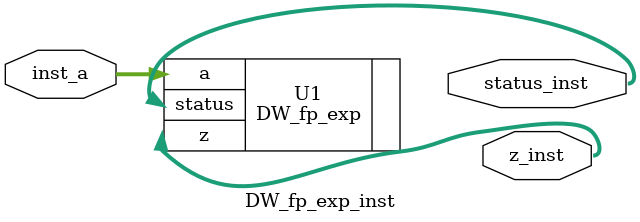
<source format=v>

module CNN(
    //Input Port
    clk,
    rst_n,
    in_valid,
    Img,
    Kernel_ch1,
    Kernel_ch2,
	Weight,
    Opt,

    //Output Port
    out_valid,
    out
    );


//---------------------------------------------------------------------
//   PARAMETER
//---------------------------------------------------------------------

// IEEE floating point parameter
parameter inst_sig_width = 23;
parameter inst_exp_width = 8;
parameter inst_ieee_compliance = 0;
parameter inst_arch_type = 0;
parameter inst_arch = 0;
parameter inst_faithful_round = 0;

parameter IDLE = 3'd0;
parameter IN = 3'd1;
parameter CAL = 3'd2;
parameter OUT = 3'd3;

input rst_n, clk, in_valid;
input [inst_sig_width+inst_exp_width:0] Img, Kernel_ch1, Kernel_ch2, Weight;
input Opt;

output reg	out_valid;
output reg [inst_sig_width+inst_exp_width:0] out;


//---------------------------------------------------------------------
//   Reg & Wires
//---------------------------------------------------------------------
reg [6:0] c_count, n_count;
reg [7:0] count;
reg [2:0] cs, ns;
reg next_opt_reg, current_opt_reg;

reg [31:0] img_reg_1 [0:4][0:4];
reg [31:0] img_reg_2 [0:4][0:4];

reg[31:0] sa_img [0:3];

reg[31:0] pe_reg [0:3];
reg[31:0] pe_reg_ch2 [0:3];

reg[31:0] pe_out [0:3];
reg[31:0] pe_out_ch2 [0:3];

reg[31:0] pe_out_seq [0:3];
reg[31:0] pe_out_seq_ch2 [0:3];


reg [31:0] conv_map1[0:5][0:5];
reg [31:0] conv_map2[0:5][0:5];

reg [31:0] pe1_par_in;
reg [31:0] pe1_par_in_ch2;

reg [31:0] img_seq;


reg [31:0] k1_1[0:1][0:1];
reg [31:0] k1_2[0:1][0:1];
reg [31:0] k1_3[0:1][0:1];
reg [31:0] k2_1[0:1][0:1];
reg [31:0] k2_2[0:1][0:1];
reg [31:0] k2_3[0:1][0:1];

reg [31:0] weight_reg[0:2][0:7];



reg[31:0] act_f;
reg[31:0] e_pos, e_neg;
reg [31:0] sigmoid_d, sigmoid;
reg [31:0] tanh_u, tanh_d, tanh;

reg [31:0] act_finish_reg;

localparam Padding_0 = 32'd0;


//---------------------------------------------------------------------
// IPs
//---------------------------------------------------------------------


//---------------------------------------------------------------------
// Design
//---------------------------------------------------------------------
always @(posedge clk or negedge rst_n) begin
    if (!rst_n) begin
        c_count <= 7'd75;
    end else begin
        c_count <= n_count;
    end
end

always @(*) begin
    if(c_count == 75 && (!in_valid)) begin
        n_count = 7'd75;
    end
    else if (c_count == 75 && (in_valid)) begin
        n_count = 7'd0;
    end
    else begin
        n_count = c_count + 1;
    end
end



reg start_count;

always @(posedge clk or negedge rst_n) begin
    if (!rst_n) begin
        count <= 0;
    end
    else if (in_valid == 1) begin
        count <= count + 1;
    end
    else if (start_count == 1) begin
        count <= count + 1; //
    end
    else if (start_count == 0 && in_valid == 0) begin
        count <=0;
    end
end



always @(posedge clk or negedge rst_n) begin
    if (!rst_n) begin
        start_count <= 0;
    end
    else if (in_valid == 1) begin
        start_count <= 1;  // 
    end
    else if (count == 127)  begin
        start_count <= 0;
    end

    /*
    else if (count == 121) begin
        start_count <=0;
    end
    */
end

always @(posedge clk or negedge rst_n) begin
    if (!rst_n) begin
        cs <= IDLE;
    end else begin
        cs <= ns;
    end
end

always @(*) begin
    case (cs)
        IDLE: begin
            if (in_valid == 1'd1) begin
                ns = IN;
            end
            else begin
                ns = cs;
            end
        end

        IN: begin
            if (c_count == 7'd75) begin
                ns = CAL;
            end
             else begin
                ns = cs;
            end
        end

        CAL: begin         
            if (c_count == 6'd3) begin
                ns =IDLE;
            end
             else begin
                ns = cs;
            end
        end

        OUT: begin
            if (c_count == 6'd3) begin
                ns = IDLE;
            end
             else begin
                ns = cs;
            end
        end
        default:ns = IDLE;
    endcase
end

always @(posedge clk or negedge rst_n) begin
    if (!rst_n) begin
        img_seq <= 0;
    end
    else if (count == 8'd74) begin
        img_seq <= Img;
    end
    else if (count == 8'd75) begin
        img_seq <= img_seq;
    end
    else img_seq <= 0;
end

always @(posedge clk or negedge rst_n) begin
    if (!rst_n) begin
        k1_1[0][0] <= 0;
        k1_1[0][1] <= 0;
        k1_1[1][0] <= 0;
        k1_1[1][1] <= 0;
    end
    else begin
        case (count)
            8'd0: k1_1[0][0] <= Kernel_ch1;
            8'd1: k1_1[0][1] <= Kernel_ch1;
            8'd2: k1_1[1][0] <= Kernel_ch1;
            8'd3: k1_1[1][1] <= Kernel_ch1;

            8'd36: k1_1[0][0] <= k1_2[0][0];
            8'd37: k1_1[0][1] <= k1_2[0][1];
            8'd38: k1_1[1][0] <= k1_2[1][0];
            8'd39: k1_1[1][1] <= k1_2[1][1];

            8'd72: k1_1[0][0] <= k1_3[0][0];
            8'd73: k1_1[0][1] <= k1_3[0][1];
            8'd74: k1_1[1][0] <= k1_3[1][0];
            8'd75: k1_1[1][1] <= k1_3[1][1];
            default: begin
                k1_1[0][0] <= k1_1[0][0];
                k1_1[0][1] <= k1_1[0][1];
                k1_1[1][0] <= k1_1[1][0];
                k1_1[1][1] <= k1_1[1][1];
            end
        endcase
    end
end

always @(posedge clk or negedge rst_n) begin
    if (!rst_n) begin
        k1_2[0][0] <= 0;
        k1_2[0][1] <= 0;
        k1_2[1][0] <= 0;
        k1_2[1][1] <= 0;
    end
    else begin
        case (count)
            8'd4: k1_2[0][0] <= Kernel_ch1;
            8'd5: k1_2[0][1] <= Kernel_ch1;
            8'd6: k1_2[1][0] <= Kernel_ch1;
            8'd7: k1_2[1][1] <= Kernel_ch1;
            default: begin
                k1_2[0][0] <= k1_2[0][0];
                k1_2[0][1] <= k1_2[0][1];
                k1_2[1][0] <= k1_2[1][0];
                k1_2[1][1] <= k1_2[1][1];
            end
        endcase
    end
end

always @(posedge clk or negedge rst_n) begin
    if (!rst_n) begin
        k1_3[0][0] <= 0;
        k1_3[0][1] <= 0;
        k1_3[1][0] <= 0;
        k1_3[1][1] <= 0;
    end
    else begin
        case (count)
            8'd8: k1_3[0][0] <= Kernel_ch1;
            8'd9: k1_3[0][1] <= Kernel_ch1;
            8'd10: k1_3[1][0] <= Kernel_ch1;
            8'd11: k1_3[1][1] <= Kernel_ch1;
            default: begin
                k1_3[0][0] <= k1_3[0][0];
                k1_3[0][1] <= k1_3[0][1];
                k1_3[1][0] <= k1_3[1][0];
                k1_3[1][1] <= k1_3[1][1];
            end
        endcase
    end
end




always @(posedge clk or negedge rst_n) begin
    if (!rst_n) begin
        k2_1[0][0] <= 0;
        k2_1[0][1] <= 0;
        k2_1[1][0] <= 0;
        k2_1[1][1] <= 0;
    end
    else begin
        case (count)
            8'd0: k2_1[0][0] <= Kernel_ch2;
            8'd1: k2_1[0][1] <= Kernel_ch2;
            8'd2: k2_1[1][0] <= Kernel_ch2;
            8'd3: k2_1[1][1] <= Kernel_ch2;

            8'd36: k2_1[0][0] <= k2_2[0][0];
            8'd37: k2_1[0][1] <= k2_2[0][1];
            8'd38: k2_1[1][0] <= k2_2[1][0];
            8'd39: k2_1[1][1] <= k2_2[1][1];

            8'd72: k2_1[0][0] <= k2_3[0][0];
            8'd73: k2_1[0][1] <= k2_3[0][1];
            8'd74: k2_1[1][0] <= k2_3[1][0];
            8'd75: k2_1[1][1] <= k2_3[1][1];
            default: begin
                k2_1[0][0] <= k2_1[0][0];
                k2_1[0][1] <= k2_1[0][1];
                k2_1[1][0] <= k2_1[1][0];
                k2_1[1][1] <= k2_1[1][1];
            end
        endcase
    end
end

always @(posedge clk or negedge rst_n) begin
    if (!rst_n) begin
        k2_2[0][0] <= 0;
        k2_2[0][1] <= 0;
        k2_2[1][0] <= 0;
        k2_2[1][1] <= 0;
    end
    else begin
        case (count)
            8'd4: k2_2[0][0] <= Kernel_ch2;
            8'd5: k2_2[0][1] <= Kernel_ch2;
            8'd6: k2_2[1][0] <= Kernel_ch2;
            8'd7: k2_2[1][1] <= Kernel_ch2;
            default: begin
                k2_2[0][0] <= k2_2[0][0];
                k2_2[0][1] <= k2_2[0][1];
                k2_2[1][0] <= k2_2[1][0];
                k2_2[1][1] <= k2_2[1][1];
            end
        endcase
    end
end

always @(posedge clk or negedge rst_n) begin
    if (!rst_n) begin
        k2_3[0][0] <= 0;
        k2_3[0][1] <= 0;
        k2_3[1][0] <= 0;
        k2_3[1][1] <= 0;
    end
    else begin
        case (count)
            8'd8: k2_3[0][0] <= Kernel_ch2;
            8'd9: k2_3[0][1] <= Kernel_ch2;
            8'd10: k2_3[1][0] <= Kernel_ch2;
            8'd11: k2_3[1][1] <= Kernel_ch2;
            default: begin
                k2_3[0][0] <= k2_3[0][0];
                k2_3[0][1] <= k2_3[0][1];
                k2_3[1][0] <= k2_3[1][0];
                k2_3[1][1] <= k2_3[1][1];
            end
        endcase
    end
end

always @(posedge clk or negedge rst_n) begin
    if (!rst_n) begin
        weight_reg[0][0] <= 0;
        weight_reg[0][1] <= 0;
        weight_reg[0][2] <= 0;
        weight_reg[0][3] <= 0;
        weight_reg[0][4] <= 0;
        weight_reg[0][5] <= 0;
        weight_reg[0][6] <= 0;
        weight_reg[0][7] <= 0;
        weight_reg[1][0] <= 0;
        weight_reg[1][1] <= 0;
        weight_reg[1][2] <= 0;
        weight_reg[1][3] <= 0;
        weight_reg[1][4] <= 0;
        weight_reg[1][5] <= 0;
        weight_reg[1][6] <= 0;
        weight_reg[1][7] <= 0;
        weight_reg[2][0] <= 0;
        weight_reg[2][1] <= 0;
        weight_reg[2][2] <= 0;
        weight_reg[2][3] <= 0;
        weight_reg[2][4] <= 0;
        weight_reg[2][5] <= 0;
        weight_reg[2][6] <= 0;
        weight_reg[2][7] <= 0;
    end
    else begin
        case (count)
            8'd0: weight_reg[0][0] <= Weight;
            8'd1: weight_reg[0][1] <= Weight;
            8'd2: weight_reg[0][2] <= Weight;
            8'd3: weight_reg[0][3] <= Weight;
            8'd4: weight_reg[0][4] <= Weight;
            8'd5: weight_reg[0][5] <= Weight;
            8'd6: weight_reg[0][6] <= Weight;
            8'd7: weight_reg[0][7] <= Weight;

            8'd8: weight_reg[1][0] <= Weight;
            8'd9: weight_reg[1][1] <= Weight;
            8'd10: weight_reg[1][2] <= Weight;
            8'd11: weight_reg[1][3] <= Weight;            
            8'd12: weight_reg[1][4] <= Weight;
            8'd13: weight_reg[1][5] <= Weight;
            8'd14: weight_reg[1][6] <= Weight;
            8'd15: weight_reg[1][7] <= Weight;

            8'd16: weight_reg[2][0] <= Weight;
            8'd17: weight_reg[2][1] <= Weight;
            8'd18: weight_reg[2][2] <= Weight;
            8'd19: weight_reg[2][3] <= Weight;            
            8'd20: weight_reg[2][4] <= Weight;
            8'd21: weight_reg[2][5] <= Weight;
            8'd22: weight_reg[2][6] <= Weight;
            8'd23: weight_reg[2][7] <= Weight;


            default: begin
                weight_reg[0][0] <= weight_reg[0][0];
                weight_reg[0][1] <= weight_reg[0][1];
                weight_reg[0][2] <= weight_reg[0][2];
                weight_reg[0][3] <= weight_reg[0][3];
                weight_reg[0][4] <= weight_reg[0][4];
                weight_reg[0][5] <= weight_reg[0][5];
                weight_reg[0][6] <= weight_reg[0][6];
                weight_reg[0][7] <= weight_reg[0][7];
                weight_reg[1][0] <= weight_reg[1][0];
                weight_reg[1][1] <= weight_reg[1][1];
                weight_reg[1][2] <= weight_reg[1][2];
                weight_reg[1][3] <= weight_reg[1][3];
                weight_reg[1][4] <= weight_reg[1][4];
                weight_reg[1][5] <= weight_reg[1][5];
                weight_reg[1][6] <= weight_reg[1][6];
                weight_reg[1][7] <= weight_reg[1][7];
                weight_reg[2][0] <= weight_reg[2][0];
                weight_reg[2][1] <= weight_reg[2][1];
                weight_reg[2][2] <= weight_reg[2][2];
                weight_reg[2][3] <= weight_reg[2][3];
                weight_reg[2][4] <= weight_reg[2][4];
                weight_reg[2][5] <= weight_reg[2][5];
                weight_reg[2][6] <= weight_reg[2][6];
                weight_reg[2][7] <= weight_reg[2][7];
            end
        endcase
    end
end


always @(posedge clk or negedge rst_n) begin
    if (!rst_n) begin
        img_reg_1[0][0] <= 0;
        img_reg_1[0][1] <= 0;
        img_reg_1[0][2] <= 0;
        img_reg_1[0][3] <= 0;
        img_reg_1[0][4] <= 0;
        img_reg_1[1][0] <= 0;
        img_reg_1[1][1] <= 0;
        img_reg_1[1][2] <= 0;
        img_reg_1[1][3] <= 0;
        img_reg_1[1][4] <= 0;
        img_reg_1[2][0] <= 0;
        img_reg_1[2][1] <= 0;
        img_reg_1[2][2] <= 0;
        img_reg_1[2][3] <= 0;
        img_reg_1[2][4] <= 0;
        img_reg_1[3][0] <= 0;
        img_reg_1[3][1] <= 0;
        img_reg_1[3][2] <= 0;
        img_reg_1[3][3] <= 0;
        img_reg_1[3][4] <= 0;
        img_reg_1[4][0] <= 0;
        img_reg_1[4][1] <= 0;
        img_reg_1[4][2] <= 0;
        img_reg_1[4][3] <= 0;
        img_reg_1[4][4] <= 0;

    end
    else if (in_valid == 1) begin
    case (count)
        8'd0, 8'd25, 8'd50: img_reg_1[0][0] <= Img;
        8'd1, 8'd26, 8'd51: img_reg_1[0][1] <= Img;
        8'd2, 8'd27, 8'd52: img_reg_1[0][2] <= Img;
        8'd3, 8'd28, 8'd53: img_reg_1[0][3] <= Img;
        8'd4, 8'd29, 8'd54: img_reg_1[0][4] <= Img;
        8'd5, 8'd30, 8'd55: img_reg_1[1][0] <= Img;
        8'd6, 8'd31, 8'd56: img_reg_1[1][1] <= Img;
        8'd7, 8'd32, 8'd57: img_reg_1[1][2] <= Img;
        8'd8, 8'd33, 8'd58: img_reg_1[1][3] <= Img;
        8'd9, 8'd34, 8'd59: img_reg_1[1][4] <= Img;
        8'd10, 8'd35, 8'd60: img_reg_1[2][0] <= Img;
        8'd11, 8'd36, 8'd61: img_reg_1[2][1] <= Img;
        8'd12, 8'd37, 8'd62: img_reg_1[2][2] <= Img;
        8'd13, 8'd38, 8'd63: img_reg_1[2][3] <= Img;
        8'd14, 8'd39, 8'd64: img_reg_1[2][4] <= Img;
        8'd15, 8'd40, 8'd65: img_reg_1[3][0] <= Img;
        8'd16, 8'd41, 8'd66: img_reg_1[3][1] <= Img;
        8'd17, 8'd42, 8'd67: img_reg_1[3][2] <= Img;
        8'd18, 8'd43, 8'd68: img_reg_1[3][3] <= Img;
        8'd19, 8'd44, 8'd69: img_reg_1[3][4] <= Img;
        8'd20, 8'd45, 8'd70: img_reg_1[4][0] <= Img;
        8'd21, 8'd46, 8'd71: img_reg_1[4][1] <= Img;
        8'd22, 8'd47, 8'd72: img_reg_1[4][2] <= Img;
        8'd23, 8'd48, 8'd73: img_reg_1[4][3] <= Img;
        8'd24, 8'd49:        img_reg_1[4][4] <= Img;

    endcase
    end
    else if  ( count == 8'd75 )   img_reg_1[4][4] <= img_seq;
end
////////////////////////////
//           pe_img         //
//////////////////////////////

always @(*) begin
    case(count)
        8'd1, 8'd37, 8'd73    : sa_img[0] = current_opt_reg ? img_reg_1[0][0] : Padding_0; //1
        8'd2, 8'd38, 8'd74    : sa_img[0] = current_opt_reg ? img_reg_1[0][0] : Padding_0; //2
        8'd3, 8'd39, 8'd75    : sa_img[0] = current_opt_reg ? img_reg_1[0][1] : Padding_0; //3
        8'd4, 8'd40, 8'd76    : sa_img[0] = current_opt_reg ? img_reg_1[0][2] : Padding_0;
        8'd5, 8'd41, 8'd77    : sa_img[0] = current_opt_reg ? img_reg_1[0][3] : Padding_0;
        8'd6, 8'd42, 8'd78    : sa_img[0] = current_opt_reg ? img_reg_1[0][4] : Padding_0;

        8'd7, 8'd43, 8'd79    : sa_img[0] = current_opt_reg ? img_reg_1[0][0] : Padding_0;
        8'd8, 8'd44, 8'd80    : sa_img[0] =                   img_reg_1[0][0] ;
        8'd9, 8'd45, 8'd81    : sa_img[0] =                   img_reg_1[0][1] ;
        8'd10, 8'd46, 8'd82   : sa_img[0] =                   img_reg_1[0][2] ;
        8'd11, 8'd47, 8'd83   : sa_img[0] =                   img_reg_1[0][3] ;
        8'd12, 8'd48, 8'd84   : sa_img[0] =                   img_reg_1[0][4] ;

        8'd13, 8'd49, 8'd85   : sa_img[0] = current_opt_reg ? img_reg_1[1][0] : Padding_0;
        8'd14, 8'd50, 8'd86   : sa_img[0] =                   img_reg_1[1][0] ;
        8'd15, 8'd51, 8'd87   : sa_img[0] =                   img_reg_1[1][1] ;
        8'd16, 8'd52, 8'd88   : sa_img[0] =                   img_reg_1[1][2] ;
        8'd17, 8'd53, 8'd89   : sa_img[0] =                   img_reg_1[1][3] ;
        8'd18, 8'd54, 8'd90   : sa_img[0] =                   img_reg_1[1][4] ;

        8'd19, 8'd55, 8'd91   : sa_img[0] = current_opt_reg ? img_reg_1[2][0] : Padding_0;
        8'd20, 8'd56, 8'd92   : sa_img[0] =                   img_reg_1[2][0] ;
        8'd21, 8'd57, 8'd93   : sa_img[0] =                   img_reg_1[2][1] ;
        8'd22, 8'd58, 8'd94   : sa_img[0] =                   img_reg_1[2][2] ;
        8'd23, 8'd59, 8'd95   : sa_img[0] =                   img_reg_1[2][3] ;
        8'd24, 8'd60, 8'd96   : sa_img[0] =                   img_reg_1[2][4] ;

        8'd25, 8'd61, 8'd97   : sa_img[0] = current_opt_reg ? img_reg_1[3][0] : Padding_0;
        8'd26, 8'd62, 8'd98   : sa_img[0] =                   img_reg_1[3][0] ;
        8'd27, 8'd63, 8'd99   : sa_img[0] =                   img_reg_1[3][1] ;
        8'd28, 8'd64, 8'd100  : sa_img[0] =                   img_reg_1[3][2] ;
        8'd29, 8'd65, 8'd101  : sa_img[0] =                   img_reg_1[3][3] ;
        8'd30, 8'd66, 8'd102  : sa_img[0] =                   img_reg_1[3][4] ;

        8'd31, 8'd67, 8'd103  : sa_img[0] = current_opt_reg ? img_reg_1[4][0] : Padding_0;
        8'd32, 8'd68, 8'd104  : sa_img[0] =                   img_reg_1[4][0] ;
        8'd33, 8'd69, 8'd105  : sa_img[0] =                   img_reg_1[4][1] ;
        8'd34, 8'd70, 8'd106  : sa_img[0] =                   img_reg_1[4][2] ;
        8'd35, 8'd71, 8'd107  : sa_img[0] =                   img_reg_1[4][3] ;
        8'd36, 8'd72, 8'd108  : sa_img[0] =                   img_reg_1[4][4] ;

        default : sa_img[0] = 0 ;
    endcase
end

always @(*) begin
    case(count)

        8'd2, 8'd38, 8'd74    : sa_img[1] = current_opt_reg ? img_reg_1[0][0] : Padding_0; //2
        8'd3, 8'd39, 8'd75    : sa_img[1] = current_opt_reg ? img_reg_1[0][1] : Padding_0; //3
        8'd4, 8'd40, 8'd76    : sa_img[1] = current_opt_reg ? img_reg_1[0][2] : Padding_0;
        8'd5, 8'd41, 8'd77    : sa_img[1] = current_opt_reg ? img_reg_1[0][3] : Padding_0;
        8'd6, 8'd42, 8'd78    : sa_img[1] = current_opt_reg ? img_reg_1[0][4] : Padding_0;

        8'd7, 8'd43, 8'd79    : sa_img[1] = current_opt_reg ? img_reg_1[0][4] : Padding_0;
        8'd8, 8'd44, 8'd80    : sa_img[1] =                   img_reg_1[0][0] ;
        8'd9, 8'd45, 8'd81    : sa_img[1] =                   img_reg_1[0][1] ;
        8'd10, 8'd46, 8'd82   : sa_img[1] =                   img_reg_1[0][2] ;
        8'd11, 8'd47, 8'd83   : sa_img[1] =                   img_reg_1[0][3] ;
        8'd12, 8'd48, 8'd84   : sa_img[1] =                   img_reg_1[0][4] ;

        8'd13, 8'd49, 8'd85   : sa_img[1] = current_opt_reg ? img_reg_1[0][4] : Padding_0;
        8'd14, 8'd50, 8'd86   : sa_img[1] =                   img_reg_1[1][0] ;
        8'd15, 8'd51, 8'd87   : sa_img[1] =                   img_reg_1[1][1] ;
        8'd16, 8'd52, 8'd88   : sa_img[1] =                   img_reg_1[1][2] ;
        8'd17, 8'd53, 8'd89   : sa_img[1] =                   img_reg_1[1][3] ;
        8'd18, 8'd54, 8'd90   : sa_img[1] =                   img_reg_1[1][4] ;

        8'd19, 8'd55, 8'd91   : sa_img[1] = current_opt_reg ? img_reg_1[1][4] : Padding_0;
        8'd20, 8'd56, 8'd92   : sa_img[1] =                   img_reg_1[2][0] ;
        8'd21, 8'd57, 8'd93   : sa_img[1] =                   img_reg_1[2][1] ;
        8'd22, 8'd58, 8'd94   : sa_img[1] =                   img_reg_1[2][2] ;
        8'd23, 8'd59, 8'd95   : sa_img[1] =                   img_reg_1[2][3] ;
        8'd24, 8'd60, 8'd96   : sa_img[1] =                   img_reg_1[2][4] ;

        8'd25, 8'd61, 8'd97   : sa_img[1] = current_opt_reg ? img_reg_1[2][4] : Padding_0;
        8'd26, 8'd62, 8'd98   : sa_img[1] =                   img_reg_1[3][0] ;
        8'd27, 8'd63, 8'd99   : sa_img[1] =                   img_reg_1[3][1] ;
        8'd28, 8'd64, 8'd100  : sa_img[1] =                   img_reg_1[3][2] ;
        8'd29, 8'd65, 8'd101  : sa_img[1] =                   img_reg_1[3][3] ;
        8'd30, 8'd66, 8'd102  : sa_img[1] =                   img_reg_1[3][4] ;

        8'd31, 8'd67, 8'd103  : sa_img[1] = current_opt_reg ? img_reg_1[3][4] : Padding_0;
        8'd32, 8'd68, 8'd104  : sa_img[1] =                   img_reg_1[4][0] ;
        8'd33, 8'd69, 8'd105  : sa_img[1] =                   img_reg_1[4][1] ;
        8'd34, 8'd70, 8'd106  : sa_img[1] =                   img_reg_1[4][2] ;
        8'd35, 8'd71, 8'd107  : sa_img[1] =                   img_reg_1[4][3] ;
        8'd36, 8'd72, 8'd108  : sa_img[1] =                   img_reg_1[4][4] ;
        8'd37, 8'd73, 8'd109  : sa_img[1] = current_opt_reg ? img_reg_1[4][4] : Padding_0;
        default : sa_img[1] = 0 ;
    endcase
end

always @(*) begin
    case(count)

        8'd3,  8'd39,  8'd75    : sa_img[2] = current_opt_reg ? img_reg_1[0][0] : Padding_0; //3
        8'd4,  8'd40,  8'd76    : sa_img[2] =                   img_reg_1[0][0] ;
        8'd5,  8'd41,  8'd77    : sa_img[2] =                   img_reg_1[0][1] ;
        8'd6,  8'd42,  8'd78    : sa_img[2] =                   img_reg_1[0][2] ;
        8'd7,  8'd43,  8'd79    : sa_img[2] =                   img_reg_1[0][3] ;
        8'd8,  8'd44,  8'd80    : sa_img[2] =                   img_reg_1[0][4] ;

        8'd9,  8'd45,  8'd81    : sa_img[2] = current_opt_reg ? img_reg_1[1][0] : Padding_0; //3
        8'd10, 8'd46,  8'd82    : sa_img[2] =                   img_reg_1[1][0] ;
        8'd11, 8'd47,  8'd83    : sa_img[2] =                   img_reg_1[1][1] ;
        8'd12, 8'd48,  8'd84    : sa_img[2] =                   img_reg_1[1][2] ;
        8'd13, 8'd49,  8'd85    : sa_img[2] =                   img_reg_1[1][3] ;
        8'd14, 8'd50,  8'd86    : sa_img[2] =                   img_reg_1[1][4] ;

        8'd15, 8'd51,  8'd87    : sa_img[2] = current_opt_reg ? img_reg_1[2][0] : Padding_0;
        8'd16, 8'd52,  8'd88    : sa_img[2] =                   img_reg_1[2][0] ;
        8'd17, 8'd53,  8'd89    : sa_img[2] =                   img_reg_1[2][1] ;
        8'd18, 8'd54,  8'd90    : sa_img[2] =                   img_reg_1[2][2] ;
        8'd19, 8'd55,  8'd91    : sa_img[2] =                   img_reg_1[2][3] ;
        8'd20, 8'd56,  8'd92    : sa_img[2] =                   img_reg_1[2][4] ;

        8'd21, 8'd57,  8'd93    : sa_img[2] = current_opt_reg ? img_reg_1[3][0] : Padding_0;
        8'd22, 8'd58,  8'd94    : sa_img[2] =                   img_reg_1[3][0] ;
        8'd23, 8'd59,  8'd95    : sa_img[2] =                   img_reg_1[3][1] ;
        8'd24, 8'd60,  8'd96    : sa_img[2] =                   img_reg_1[3][2] ;
        8'd25, 8'd61,  8'd97    : sa_img[2] =                   img_reg_1[3][3] ;
        8'd26, 8'd62,  8'd98    : sa_img[2] =                   img_reg_1[3][4] ;

        8'd27, 8'd63,  8'd99    : sa_img[2] = current_opt_reg ? img_reg_1[4][0] : Padding_0;
        8'd28, 8'd64,  8'd100   : sa_img[2] =                   img_reg_1[4][0] ;
        8'd29, 8'd65,  8'd101   : sa_img[2] =                   img_reg_1[4][1] ;
        8'd30, 8'd66,  8'd102   : sa_img[2] =                   img_reg_1[4][2] ;
        8'd31, 8'd67,  8'd103   : sa_img[2] =                   img_reg_1[4][3] ;
        8'd32, 8'd68,  8'd104   : sa_img[2] =                   img_reg_1[4][4] ;

        8'd33, 8'd69,  8'd105   : sa_img[2] = current_opt_reg ? img_reg_1[4][0] : Padding_0;
        8'd34, 8'd70,  8'd106   : sa_img[2] = current_opt_reg ? img_reg_1[4][0] : Padding_0;
        8'd35, 8'd71,  8'd107   : sa_img[2] = current_opt_reg ? img_reg_1[4][1] : Padding_0;
        8'd36, 8'd72,  8'd108   : sa_img[2] = current_opt_reg ? img_reg_1[4][2] : Padding_0;
        8'd37, 8'd73,  8'd109   : sa_img[2] = current_opt_reg ? img_reg_1[4][3] : Padding_0;
        8'd38, 8'd74,  8'd110   : sa_img[2] = current_opt_reg ? img_reg_1[4][4] : Padding_0;


        default : sa_img[2] = 0 ;
    endcase
end

always @(*) begin
    case(count)


        8'd4,  8'd40,  8'd76    : sa_img[3] =                   img_reg_1[0][0] ;
        8'd5,  8'd41,  8'd77    : sa_img[3] =                   img_reg_1[0][1] ;
        8'd6,  8'd42,  8'd78    : sa_img[3] =                   img_reg_1[0][2] ;
        8'd7,  8'd43,  8'd79    : sa_img[3] =                   img_reg_1[0][3] ;
        8'd8,  8'd44,  8'd80    : sa_img[3] =                   img_reg_1[0][4] ;
        8'd9,  8'd45,  8'd81    : sa_img[3] = current_opt_reg ? img_reg_1[0][4] : Padding_0; //3

        8'd10, 8'd46,  8'd82    : sa_img[3] =                   img_reg_1[1][0] ;
        8'd11, 8'd47,  8'd83    : sa_img[3] =                   img_reg_1[1][1] ;
        8'd12, 8'd48,  8'd84    : sa_img[3] =                   img_reg_1[1][2] ;
        8'd13, 8'd49,  8'd85    : sa_img[3] =                   img_reg_1[1][3] ;
        8'd14, 8'd50,  8'd86    : sa_img[3] =                   img_reg_1[1][4] ;
        8'd15, 8'd51,  8'd87    : sa_img[3] = current_opt_reg ? img_reg_1[1][4] : Padding_0;

        8'd16, 8'd52,  8'd88    : sa_img[3] =                   img_reg_1[2][0] ;
        8'd17, 8'd53,  8'd89    : sa_img[3] =                   img_reg_1[2][1] ;
        8'd18, 8'd54,  8'd90    : sa_img[3] =                   img_reg_1[2][2] ;
        8'd19, 8'd55,  8'd91    : sa_img[3] =                   img_reg_1[2][3] ;
        8'd20, 8'd56,  8'd92    : sa_img[3] =                   img_reg_1[2][4] ;
        8'd21, 8'd57,  8'd93    : sa_img[3] = current_opt_reg ? img_reg_1[2][4] : Padding_0;

        8'd22, 8'd58,  8'd94    : sa_img[3] =                   img_reg_1[3][0] ;
        8'd23, 8'd59,  8'd95    : sa_img[3] =                   img_reg_1[3][1] ;
        8'd24, 8'd60,  8'd96    : sa_img[3] =                   img_reg_1[3][2] ;
        8'd25, 8'd61,  8'd97    : sa_img[3] =                   img_reg_1[3][3] ;
        8'd26, 8'd62,  8'd98    : sa_img[3] =                   img_reg_1[3][4] ;
        8'd27, 8'd63,  8'd99    : sa_img[3] = current_opt_reg ? img_reg_1[3][4] : Padding_0;

        8'd28, 8'd64,  8'd100   : sa_img[3] =                   img_reg_1[4][0] ;
        8'd29, 8'd65,  8'd101   : sa_img[3] =                   img_reg_1[4][1] ;
        8'd30, 8'd66,  8'd102   : sa_img[3] =                   img_reg_1[4][2] ;
        8'd31, 8'd67,  8'd103   : sa_img[3] =                   img_reg_1[4][3] ;
        8'd32, 8'd68,  8'd104   : sa_img[3] =                   img_reg_1[4][4] ;
        8'd33, 8'd69,  8'd105   : sa_img[3] = current_opt_reg ? img_reg_1[4][4] : Padding_0;

        8'd34, 8'd70,  8'd106   : sa_img[3] = current_opt_reg ? img_reg_1[4][0] : Padding_0;
        8'd35, 8'd71,  8'd107   : sa_img[3] = current_opt_reg ? img_reg_1[4][1] : Padding_0;
        8'd36, 8'd72,  8'd108   : sa_img[3] = current_opt_reg ? img_reg_1[4][2] : Padding_0;
        8'd37, 8'd73,  8'd109   : sa_img[3] = current_opt_reg ? img_reg_1[4][3] : Padding_0;
        8'd38, 8'd74,  8'd110   : sa_img[3] = current_opt_reg ? img_reg_1[4][4] : Padding_0;
        8'd39, 8'd75,  8'd111   : sa_img[3] = current_opt_reg ? img_reg_1[4][4] : Padding_0;


        default : sa_img[3] = 0 ;
    endcase
end

/////////////////////////
//     convalution //
////////////////////////


always @(posedge clk ) begin
    case (count)
        8'd36, 8'd72: pe1_par_in <= conv_map1[0][0];
        8'd37, 8'd73: pe1_par_in <= conv_map1[0][1];
        8'd38, 8'd74: pe1_par_in <= conv_map1[0][2];
        8'd39, 8'd75: pe1_par_in <= conv_map1[0][3];
        8'd40, 8'd76: pe1_par_in <= conv_map1[0][4];
        8'd41, 8'd77: pe1_par_in <= conv_map1[0][5];

        8'd42, 8'd78: pe1_par_in <= conv_map1[1][0];
        8'd43, 8'd79: pe1_par_in <= conv_map1[1][1];
        8'd44, 8'd80: pe1_par_in <= conv_map1[1][2];
        8'd45, 8'd81: pe1_par_in <= conv_map1[1][3];
        8'd46, 8'd82: pe1_par_in <= conv_map1[1][4];
        8'd47, 8'd83: pe1_par_in <= conv_map1[1][5];

        8'd48, 8'd84: pe1_par_in <= conv_map1[2][0];
        8'd49, 8'd85: pe1_par_in <= conv_map1[2][1];
        8'd50, 8'd86: pe1_par_in <= conv_map1[2][2];
        8'd51, 8'd87: pe1_par_in <= conv_map1[2][3];
        8'd52, 8'd88: pe1_par_in <= conv_map1[2][4];
        8'd53, 8'd89: pe1_par_in <= conv_map1[2][5];

        8'd54, 8'd90: pe1_par_in <= conv_map1[3][0];
        8'd55, 8'd91: pe1_par_in <= conv_map1[3][1];
        8'd56, 8'd92: pe1_par_in <= conv_map1[3][2];
        8'd57, 8'd93: pe1_par_in <= conv_map1[3][3];
        8'd58, 8'd94: pe1_par_in <= conv_map1[3][4];
        8'd59, 8'd95: pe1_par_in <= conv_map1[3][5];

        8'd60, 8'd96: pe1_par_in <= conv_map1[4][0];
        8'd61, 8'd97: pe1_par_in <= conv_map1[4][1];
        8'd62, 8'd98: pe1_par_in <= conv_map1[4][2];
        8'd63, 8'd99: pe1_par_in <= conv_map1[4][3];
        8'd64, 8'd100: pe1_par_in <= conv_map1[4][4];
        8'd65, 8'd101: pe1_par_in <= conv_map1[4][5];

        8'd66, 8'd102: pe1_par_in <= conv_map1[5][0];
        8'd67, 8'd103: pe1_par_in <= conv_map1[5][1];
        8'd68, 8'd104: pe1_par_in <= conv_map1[5][2];
        8'd69, 8'd105: pe1_par_in <= conv_map1[5][3];
        8'd70, 8'd106: pe1_par_in <= conv_map1[5][4];
        8'd71, 8'd107: pe1_par_in <= conv_map1[5][5];
        default: pe1_par_in <= 0;
    endcase
end


DW_fp_mult #(inst_sig_width, inst_exp_width, inst_ieee_compliance)
    pe0_mult ( .a(sa_img[0]), .b(k1_1[0][0]), .rnd(3'b000), .z(pe_reg[0]), .status());

DW_fp_add #(inst_sig_width, inst_exp_width, inst_ieee_compliance)
    pe0_add ( .a(pe_reg[0]), .b(pe1_par_in), .rnd(3'b000), .z(pe_out[0]), .status() );

always @(posedge clk ) begin
    pe_out_seq[0] <= pe_out[0];
end

DW_fp_mult #(inst_sig_width, inst_exp_width, inst_ieee_compliance)
    pe1_mult ( .a(sa_img[1]), .b(k1_1[0][1]), .rnd(3'b000), .z(pe_reg[1]), .status());

DW_fp_add #(inst_sig_width, inst_exp_width, inst_ieee_compliance)
    pe1_add ( .a(pe_reg[1]), .b(pe_out_seq[0]), .rnd(3'b000), .z(pe_out[1]), .status() );

always @(posedge clk ) begin
    pe_out_seq[1] <= pe_out[1];
end

DW_fp_mult #(inst_sig_width, inst_exp_width, inst_ieee_compliance)
    pe2_mult ( .a(sa_img[2]), .b(k1_1[1][0]), .rnd(3'b000), .z(pe_reg[2]), .status());

DW_fp_add #(inst_sig_width, inst_exp_width, inst_ieee_compliance)
    pe2_add ( .a(pe_reg[2]), .b(pe_out_seq[1]), .rnd(3'b000), .z(pe_out[2]), .status() );

always @(posedge clk ) begin
    pe_out_seq[2] <= pe_out[2];
end

DW_fp_mult #(inst_sig_width, inst_exp_width, inst_ieee_compliance)
    pe3_mult ( .a(sa_img[3]), .b(k1_1[1][1]), .rnd(3'b000), .z(pe_reg[3]), .status());

DW_fp_add #(inst_sig_width, inst_exp_width, inst_ieee_compliance)
    pe3_add ( .a(pe_reg[3]), .b(pe_out_seq[2]), .rnd(3'b000), .z(pe_out[3]), .status() );

always @(posedge clk ) begin
    pe_out_seq[3] <= pe_out[3];
end

always @(posedge clk ) begin

    case (count)
        8'd0: begin 
            conv_map1[0][0] <= 0;
            conv_map1[0][1] <= 0;
            conv_map1[0][2] <= 0;
            conv_map1[0][3] <= 0;
            conv_map1[0][4] <= 0;
            conv_map1[0][5] <= 0;
            conv_map1[1][0] <= 0;
            conv_map1[1][1] <= 0;
            conv_map1[1][2] <= 0;
            conv_map1[1][3] <= 0;
            conv_map1[1][4] <= 0;
            conv_map1[1][5] <= 0;
            conv_map1[2][0] <= 0;
            conv_map1[2][1] <= 0;
            conv_map1[2][2] <= 0;
            conv_map1[2][3] <= 0;
            conv_map1[2][4] <= 0;
            conv_map1[2][5] <= 0;
            conv_map1[3][0] <= 0;
            conv_map1[3][1] <= 0;
            conv_map1[3][2] <= 0;
            conv_map1[3][3] <= 0;
            conv_map1[3][4] <= 0;
            conv_map1[3][5] <= 0;
            conv_map1[4][0] <= 0;
            conv_map1[4][1] <= 0;
            conv_map1[4][2] <= 0;
            conv_map1[4][3] <= 0;
            conv_map1[4][4] <= 0;
            conv_map1[4][5] <= 0;
            conv_map1[5][0] <= 0;
            conv_map1[5][1] <= 0;
            conv_map1[5][2] <= 0;
            conv_map1[5][3] <= 0;
            conv_map1[5][4] <= 0;
            conv_map1[5][5] <= 0;
        end
        8'd4,  8'd40, 8'd76:  conv_map1[0][0] <=  pe_out[3];
        8'd5,  8'd41, 8'd77:  conv_map1[0][1] <=  pe_out[3];
        8'd6,  8'd42, 8'd78:  conv_map1[0][2] <=  pe_out[3];
        8'd7,  8'd43, 8'd79:  conv_map1[0][3] <=  pe_out[3];
        8'd8,  8'd44, 8'd80:  conv_map1[0][4] <=  pe_out[3];
        8'd9,  8'd45, 8'd81:  conv_map1[0][5] <=  pe_out[3];

        8'd10, 8'd46, 8'd82:  conv_map1[1][0] <=  pe_out[3];
        8'd11, 8'd47, 8'd83:  conv_map1[1][1] <=  pe_out[3];
        8'd12, 8'd48, 8'd84:  conv_map1[1][2] <=  pe_out[3];
        8'd13, 8'd49, 8'd85:  conv_map1[1][3] <=  pe_out[3];
        8'd14, 8'd50, 8'd86:  conv_map1[1][4] <=  pe_out[3];
        8'd15, 8'd51, 8'd87:  conv_map1[1][5] <=  pe_out[3];

        8'd16, 8'd52, 8'd88:  conv_map1[2][0] <=  pe_out[3];
        8'd17, 8'd53, 8'd89:  conv_map1[2][1] <=  pe_out[3];
        8'd18, 8'd54, 8'd90:  conv_map1[2][2] <=  pe_out[3];
        8'd19, 8'd55, 8'd91:  conv_map1[2][3] <=  pe_out[3];
        8'd20, 8'd56, 8'd92:  conv_map1[2][4] <=  pe_out[3];
        8'd21, 8'd57, 8'd93:  conv_map1[2][5] <=  pe_out[3];

        8'd22, 8'd58, 8'd94:  conv_map1[3][0] <=  pe_out[3];
        8'd23, 8'd59, 8'd95:  conv_map1[3][1] <=  pe_out[3];
        8'd24, 8'd60, 8'd96:  conv_map1[3][2] <=  pe_out[3];
        8'd25, 8'd61, 8'd97:  conv_map1[3][3] <=  pe_out[3];
        8'd26, 8'd62, 8'd98:  conv_map1[3][4] <=  pe_out[3];
        8'd27, 8'd63, 8'd99:  conv_map1[3][5] <=  pe_out[3];

        8'd28, 8'd64, 8'd100: conv_map1[4][0] <=  pe_out[3];
        8'd29, 8'd65, 8'd101: conv_map1[4][1] <=  pe_out[3];
        8'd30, 8'd66, 8'd102: conv_map1[4][2] <=  pe_out[3];
        8'd31, 8'd67, 8'd103: conv_map1[4][3] <=  pe_out[3];
        8'd32, 8'd68, 8'd104: conv_map1[4][4] <=  pe_out[3];
        8'd33, 8'd69, 8'd105: conv_map1[4][5] <=  pe_out[3];

        8'd34, 8'd70, 8'd106: conv_map1[5][0] <=  pe_out[3];
        8'd35, 8'd71, 8'd107: conv_map1[5][1] <=  pe_out[3];
        8'd36, 8'd72, 8'd108: conv_map1[5][2] <=  pe_out[3];
        8'd37, 8'd73, 8'd109: conv_map1[5][3] <=  pe_out[3];
        8'd38, 8'd74, 8'd110: conv_map1[5][4] <=  pe_out[3];
        8'd39, 8'd75, 8'd111: conv_map1[5][5] <=  pe_out[3];


    endcase
end



/////////////////////////////////////////////////////////////////////////////////////////////////////
always @(posedge clk ) begin
    case (count)
        8'd36, 8'd72: pe1_par_in_ch2 <= conv_map2[0][0];
        8'd37, 8'd73: pe1_par_in_ch2 <= conv_map2[0][1];
        8'd38, 8'd74: pe1_par_in_ch2 <= conv_map2[0][2];
        8'd39, 8'd75: pe1_par_in_ch2 <= conv_map2[0][3];
        8'd40, 8'd76: pe1_par_in_ch2 <= conv_map2[0][4];
        8'd41, 8'd77: pe1_par_in_ch2 <= conv_map2[0][5];

        8'd42, 8'd78: pe1_par_in_ch2 <= conv_map2[1][0];
        8'd43, 8'd79: pe1_par_in_ch2 <= conv_map2[1][1];
        8'd44, 8'd80: pe1_par_in_ch2 <= conv_map2[1][2];
        8'd45, 8'd81: pe1_par_in_ch2 <= conv_map2[1][3];
        8'd46, 8'd82: pe1_par_in_ch2 <= conv_map2[1][4];
        8'd47, 8'd83: pe1_par_in_ch2 <= conv_map2[1][5];

        8'd48, 8'd84: pe1_par_in_ch2 <= conv_map2[2][0];
        8'd49, 8'd85: pe1_par_in_ch2 <= conv_map2[2][1];
        8'd50, 8'd86: pe1_par_in_ch2 <= conv_map2[2][2];
        8'd51, 8'd87: pe1_par_in_ch2 <= conv_map2[2][3];
        8'd52, 8'd88: pe1_par_in_ch2 <= conv_map2[2][4];
        8'd53, 8'd89: pe1_par_in_ch2 <= conv_map2[2][5];

        8'd54, 8'd90: pe1_par_in_ch2 <= conv_map2[3][0];
        8'd55, 8'd91: pe1_par_in_ch2 <= conv_map2[3][1];
        8'd56, 8'd92: pe1_par_in_ch2 <= conv_map2[3][2];
        8'd57, 8'd93: pe1_par_in_ch2 <= conv_map2[3][3];
        8'd58, 8'd94: pe1_par_in_ch2 <= conv_map2[3][4];
        8'd59, 8'd95: pe1_par_in_ch2 <= conv_map2[3][5];

        8'd60, 8'd96: pe1_par_in_ch2 <= conv_map2[4][0];
        8'd61, 8'd97: pe1_par_in_ch2 <= conv_map2[4][1];
        8'd62, 8'd98: pe1_par_in_ch2 <= conv_map2[4][2];
        8'd63, 8'd99: pe1_par_in_ch2 <= conv_map2[4][3];
        8'd64, 8'd100: pe1_par_in_ch2 <= conv_map2[4][4];
        8'd65, 8'd101: pe1_par_in_ch2 <= conv_map2[4][5];

        8'd66, 8'd102: pe1_par_in_ch2 <= conv_map2[5][0];
        8'd67, 8'd103: pe1_par_in_ch2 <= conv_map2[5][1];
        8'd68, 8'd104: pe1_par_in_ch2 <= conv_map2[5][2];
        8'd69, 8'd105: pe1_par_in_ch2 <= conv_map2[5][3];
        8'd70, 8'd106: pe1_par_in_ch2 <= conv_map2[5][4];
        8'd71, 8'd107: pe1_par_in_ch2 <= conv_map2[5][5];
        default: pe1_par_in_ch2 <= 0;
    endcase
end


DW_fp_mult #(inst_sig_width, inst_exp_width, inst_ieee_compliance)
    pe4_mult ( .a(sa_img[0]), .b(k2_1[0][0]), .rnd(3'b000), .z(pe_reg_ch2[0]), .status());

DW_fp_add #(inst_sig_width, inst_exp_width, inst_ieee_compliance)
    pe4_add ( .a(pe_reg_ch2[0]), .b(pe1_par_in_ch2), .rnd(3'b000), .z(pe_out_ch2[0]), .status() );

always @(posedge clk ) begin
    pe_out_seq_ch2[0] <= pe_out_ch2[0];
end

DW_fp_mult #(inst_sig_width, inst_exp_width, inst_ieee_compliance)
    pe5_mult ( .a(sa_img[1]), .b(k2_1[0][1]), .rnd(3'b000), .z(pe_reg_ch2[1]), .status());

DW_fp_add #(inst_sig_width, inst_exp_width, inst_ieee_compliance)
    pe5_add ( .a(pe_reg_ch2[1]), .b(pe_out_seq_ch2[0]), .rnd(3'b000), .z(pe_out_ch2[1]), .status() );

always @(posedge clk ) begin
    pe_out_seq_ch2[1] <= pe_out_ch2[1];
end

DW_fp_mult #(inst_sig_width, inst_exp_width, inst_ieee_compliance)
    pe6_mult ( .a(sa_img[2]), .b(k2_1[1][0]), .rnd(3'b000), .z(pe_reg_ch2[2]), .status());

DW_fp_add #(inst_sig_width, inst_exp_width, inst_ieee_compliance)
    pe6_add ( .a(pe_reg_ch2[2]), .b(pe_out_seq_ch2[1]), .rnd(3'b000), .z(pe_out_ch2[2]), .status() );

always @(posedge clk ) begin
    pe_out_seq_ch2[2] <= pe_out_ch2[2];
end

DW_fp_mult #(inst_sig_width, inst_exp_width, inst_ieee_compliance)
    pe7_mult ( .a(sa_img[3]), .b(k2_1[1][1]), .rnd(3'b000), .z(pe_reg_ch2[3]), .status());

DW_fp_add #(inst_sig_width, inst_exp_width, inst_ieee_compliance)
    pe7_add ( .a(pe_reg_ch2[3]), .b(pe_out_seq_ch2[2]), .rnd(3'b000), .z(pe_out_ch2[3]), .status() );

always @(posedge clk ) begin
    pe_out_seq_ch2[3] <= pe_out_ch2[3];
end

always @(posedge clk ) begin

    case (count)
        8'd0: begin 
            conv_map2[0][0] <= 0;
            conv_map2[0][1] <= 0;
            conv_map2[0][2] <= 0;
            conv_map2[0][3] <= 0;
            conv_map2[0][4] <= 0;
            conv_map2[0][5] <= 0;
            conv_map2[1][0] <= 0;
            conv_map2[1][1] <= 0;
            conv_map2[1][2] <= 0;
            conv_map2[1][3] <= 0;
            conv_map2[1][4] <= 0;
            conv_map2[1][5] <= 0;
            conv_map2[2][0] <= 0;
            conv_map2[2][1] <= 0;
            conv_map2[2][2] <= 0;
            conv_map2[2][3] <= 0;
            conv_map2[2][4] <= 0;
            conv_map2[2][5] <= 0;
            conv_map2[3][0] <= 0;
            conv_map2[3][1] <= 0;
            conv_map2[3][2] <= 0;
            conv_map2[3][3] <= 0;
            conv_map2[3][4] <= 0;
            conv_map2[3][5] <= 0;
            conv_map2[4][0] <= 0;
            conv_map2[4][1] <= 0;
            conv_map2[4][2] <= 0;
            conv_map2[4][3] <= 0;
            conv_map2[4][4] <= 0;
            conv_map2[4][5] <= 0;
            conv_map2[5][0] <= 0;
            conv_map2[5][1] <= 0;
            conv_map2[5][2] <= 0;
            conv_map2[5][3] <= 0;
            conv_map2[5][4] <= 0;
            conv_map2[5][5] <= 0;
        end
        8'd4,  8'd40, 8'd76:  conv_map2[0][0] <=  pe_out_ch2[3];
        8'd5,  8'd41, 8'd77:  conv_map2[0][1] <=  pe_out_ch2[3];
        8'd6,  8'd42, 8'd78:  conv_map2[0][2] <=  pe_out_ch2[3];
        8'd7,  8'd43, 8'd79:  conv_map2[0][3] <=  pe_out_ch2[3];
        8'd8,  8'd44, 8'd80:  conv_map2[0][4] <=  pe_out_ch2[3];
        8'd9,  8'd45, 8'd81:  conv_map2[0][5] <=  pe_out_ch2[3];

        8'd10, 8'd46, 8'd82:  conv_map2[1][0] <=  pe_out_ch2[3];
        8'd11, 8'd47, 8'd83:  conv_map2[1][1] <=  pe_out_ch2[3];
        8'd12, 8'd48, 8'd84:  conv_map2[1][2] <=  pe_out_ch2[3];
        8'd13, 8'd49, 8'd85:  conv_map2[1][3] <=  pe_out_ch2[3];
        8'd14, 8'd50, 8'd86:  conv_map2[1][4] <=  pe_out_ch2[3];
        8'd15, 8'd51, 8'd87:  conv_map2[1][5] <=  pe_out_ch2[3];

        8'd16, 8'd52, 8'd88:  conv_map2[2][0] <=  pe_out_ch2[3];
        8'd17, 8'd53, 8'd89:  conv_map2[2][1] <=  pe_out_ch2[3];
        8'd18, 8'd54, 8'd90:  conv_map2[2][2] <=  pe_out_ch2[3];
        8'd19, 8'd55, 8'd91:  conv_map2[2][3] <=  pe_out_ch2[3];
        8'd20, 8'd56, 8'd92:  conv_map2[2][4] <=  pe_out_ch2[3];
        8'd21, 8'd57, 8'd93:  conv_map2[2][5] <=  pe_out_ch2[3];

        8'd22, 8'd58, 8'd94:  conv_map2[3][0] <=  pe_out_ch2[3];
        8'd23, 8'd59, 8'd95:  conv_map2[3][1] <=  pe_out_ch2[3];
        8'd24, 8'd60, 8'd96:  conv_map2[3][2] <=  pe_out_ch2[3];
        8'd25, 8'd61, 8'd97:  conv_map2[3][3] <=  pe_out_ch2[3];
        8'd26, 8'd62, 8'd98:  conv_map2[3][4] <=  pe_out_ch2[3];
        8'd27, 8'd63, 8'd99:  conv_map2[3][5] <=  pe_out_ch2[3];

        8'd28, 8'd64, 8'd100: conv_map2[4][0] <=  pe_out_ch2[3];
        8'd29, 8'd65, 8'd101: conv_map2[4][1] <=  pe_out_ch2[3];
        8'd30, 8'd66, 8'd102: conv_map2[4][2] <=  pe_out_ch2[3];
        8'd31, 8'd67, 8'd103: conv_map2[4][3] <=  pe_out_ch2[3];
        8'd32, 8'd68, 8'd104: conv_map2[4][4] <=  pe_out_ch2[3];
        8'd33, 8'd69, 8'd105: conv_map2[4][5] <=  pe_out_ch2[3];

        8'd34, 8'd70, 8'd106: conv_map2[5][0] <=  pe_out_ch2[3];
        8'd35, 8'd71, 8'd107: conv_map2[5][1] <=  pe_out_ch2[3];
        8'd36, 8'd72, 8'd108: conv_map2[5][2] <=  pe_out_ch2[3];
        8'd37, 8'd73, 8'd109: conv_map2[5][3] <=  pe_out_ch2[3];
        8'd38, 8'd74, 8'd110: conv_map2[5][4] <=  pe_out_ch2[3];
        8'd39, 8'd75, 8'd111: conv_map2[5][5] <=  pe_out_ch2[3];

    endcase
end
//////conv finish

//////////////////////////////////////
//                 max pooling
////////////////////////////////////////////////////////////
reg [31:0] mp_1_2_1 [0:1];
reg [31:0] mp_1_2_2 [0:1];
reg [31:0] mp_1_3_1 [0:1];
reg [31:0] mp_1_4_1;

reg [31:0] mp_2_2_1 [0:1];
reg [31:0] mp_2_2_2 [0:1];
reg [31:0] mp_2_3_1 [0:1];
reg [31:0] mp_2_4_1;

reg [31:0] mp_3_2_1 [0:1];
reg [31:0] mp_3_2_2 [0:1];
reg [31:0] mp_3_3_1 [0:1];
reg [31:0] mp_3_4_1;

reg [31:0] mp_4_2_1 [0:1];
reg [31:0] mp_4_2_2 [0:1];
reg [31:0] mp_4_3_1 [0:1];
reg [31:0] mp_4_4_1;

reg [31:0] mp_5_2_1 [0:1];
reg [31:0] mp_5_2_2 [0:1];
reg [31:0] mp_5_3_1 [0:1];
reg [31:0] mp_5_4_1;

reg [31:0] mp_6_2_1 [0:1];
reg [31:0] mp_6_2_2 [0:1];
reg [31:0] mp_6_3_1 [0:1];
reg [31:0] mp_6_4_1;

reg [31:0] mp_7_2_1 [0:1];
reg [31:0] mp_7_2_2 [0:1];
reg [31:0] mp_7_3_1 [0:1];
reg [31:0] mp_7_4_1;

reg [31:0] mp_8_2_1 [0:1];
reg [31:0] mp_8_2_2 [0:1];
reg [31:0] mp_8_3_1 [0:1];
reg [31:0] mp_8_4_1;

reg [31:0] mp_map_1 [0:1][0:1];
reg [31:0] mp_map_2 [0:1][0:1];
/////1
DW_fp_cmp #(inst_sig_width, inst_exp_width, inst_ieee_compliance)
         max_pooling_1_1_1 ( .a(conv_map1[0][0]), .b(conv_map1[0][1]), .zctr(1'b0), .aeqb(), .altb(), .agtb(), .unordered(), .z0(), .z1(mp_1_2_1[0]), .status0(), .status1() );
DW_fp_cmp #(inst_sig_width, inst_exp_width, inst_ieee_compliance)
         max_pooling_1_1_2 ( .a(conv_map1[0][2]), .b(conv_map1[1][0]), .zctr(1'b0), .aeqb(), .altb(), .agtb(), .unordered(), .z0(), .z1(mp_1_2_1[1]), .status0(), .status1() );

DW_fp_cmp #(inst_sig_width, inst_exp_width, inst_ieee_compliance)
         max_pooling_1_1_3 ( .a(conv_map1[1][1]), .b(conv_map1[1][2]), .zctr(1'b0), .aeqb(), .altb(), .agtb(), .unordered(), .z0(), .z1(mp_1_2_2[0]), .status0(), .status1() );
DW_fp_cmp #(inst_sig_width, inst_exp_width, inst_ieee_compliance)
         max_pooling_1_1_4 ( .a(conv_map1[2][0]), .b(conv_map1[2][1]), .zctr(1'b0), .aeqb(), .altb(), .agtb(), .unordered(), .z0(), .z1(mp_1_2_2[1]), .status0(), .status1() );


DW_fp_cmp #(inst_sig_width, inst_exp_width, inst_ieee_compliance)
         max_pooling_1_2_1 ( .a(mp_1_2_1[0]), .b(mp_1_2_1[1]), .zctr(1'b0), .aeqb(), .altb(), .agtb(), .unordered(), .z0(), .z1(mp_1_3_1[0]), .status0(), .status1() );
DW_fp_cmp #(inst_sig_width, inst_exp_width, inst_ieee_compliance)
         max_pooling_1_2_2 ( .a(mp_1_2_2[0]), .b(mp_1_2_2[1]), .zctr(1'b0), .aeqb(), .altb(), .agtb(), .unordered(), .z0(), .z1(mp_1_3_1[1]), .status0(), .status1() );

DW_fp_cmp #(inst_sig_width, inst_exp_width, inst_ieee_compliance)
         max_pooling_1_3_1 ( .a(mp_1_3_1[0]), .b(mp_1_3_1[1]), .zctr(1'b0), .aeqb(), .altb(), .agtb(), .unordered(), .z0(), .z1(mp_1_4_1), .status0(), .status1() );

DW_fp_cmp #(inst_sig_width, inst_exp_width, inst_ieee_compliance)
         max_pooling_1_4_1 ( .a(mp_1_4_1), .b(conv_map1[2][2]), .zctr(1'b0), .aeqb(), .altb(), .agtb(), .unordered(), .z0(), .z1(mp_map_1[0][0]), .status0(), .status1() );

////2
DW_fp_cmp #(inst_sig_width, inst_exp_width, inst_ieee_compliance)
         max_pooling_2_1_1 ( .a(conv_map1[0][3]), .b(conv_map1[0][4]), .zctr(1'b0), .aeqb(), .altb(), .agtb(), .unordered(), .z0(), .z1(mp_2_2_1[0]), .status0(), .status1() );
DW_fp_cmp #(inst_sig_width, inst_exp_width, inst_ieee_compliance)
         max_pooling_2_1_2 ( .a(conv_map1[0][5]), .b(conv_map1[1][3]), .zctr(1'b0), .aeqb(), .altb(), .agtb(), .unordered(), .z0(), .z1(mp_2_2_1[1]), .status0(), .status1() );

DW_fp_cmp #(inst_sig_width, inst_exp_width, inst_ieee_compliance)
         max_pooling_2_1_3 ( .a(conv_map1[1][4]), .b(conv_map1[1][5]), .zctr(1'b0), .aeqb(), .altb(), .agtb(), .unordered(), .z0(), .z1(mp_2_2_2[0]), .status0(), .status1() );
DW_fp_cmp #(inst_sig_width, inst_exp_width, inst_ieee_compliance)
         max_pooling_2_1_4 ( .a(conv_map1[2][3]), .b(conv_map1[2][4]), .zctr(1'b0), .aeqb(), .altb(), .agtb(), .unordered(), .z0(), .z1(mp_2_2_2[1]), .status0(), .status1() );


DW_fp_cmp #(inst_sig_width, inst_exp_width, inst_ieee_compliance)
         max_pooling_2_2_1 ( .a(mp_2_2_1[0]), .b(mp_2_2_1[1]), .zctr(1'b0), .aeqb(), .altb(), .agtb(), .unordered(), .z0(), .z1(mp_2_3_1[0]), .status0(), .status1() );
DW_fp_cmp #(inst_sig_width, inst_exp_width, inst_ieee_compliance)
         max_pooling_2_2_2 ( .a(mp_2_2_2[0]), .b(mp_2_2_2[1]), .zctr(1'b0), .aeqb(), .altb(), .agtb(), .unordered(), .z0(), .z1(mp_2_3_1[1]), .status0(), .status1() );

DW_fp_cmp #(inst_sig_width, inst_exp_width, inst_ieee_compliance)
         max_pooling_2_3_1 ( .a(mp_2_3_1[0]), .b(mp_2_3_1[1]), .zctr(1'b0), .aeqb(), .altb(), .agtb(), .unordered(), .z0(), .z1(mp_2_4_1), .status0(), .status1() );

DW_fp_cmp #(inst_sig_width, inst_exp_width, inst_ieee_compliance)
         max_pooling_2_4_1 ( .a(mp_2_4_1), .b(conv_map1[2][5]), .zctr(1'b0), .aeqb(), .altb(), .agtb(), .unordered(), .z0(), .z1(mp_map_1[0][1]), .status0(), .status1() );


////3
DW_fp_cmp #(inst_sig_width, inst_exp_width, inst_ieee_compliance)
         max_pooling_3_1_1 ( .a(conv_map1[3][0]), .b(conv_map1[3][1]), .zctr(1'b0), .aeqb(), .altb(), .agtb(), .unordered(), .z0(), .z1(mp_3_2_1[0]), .status0(), .status1() );
DW_fp_cmp #(inst_sig_width, inst_exp_width, inst_ieee_compliance)
         max_pooling_3_1_2 ( .a(conv_map1[3][2]), .b(conv_map1[4][0]), .zctr(1'b0), .aeqb(), .altb(), .agtb(), .unordered(), .z0(), .z1(mp_3_2_1[1]), .status0(), .status1() );

DW_fp_cmp #(inst_sig_width, inst_exp_width, inst_ieee_compliance)
         max_pooling_3_1_3 ( .a(conv_map1[4][1]), .b(conv_map1[4][2]), .zctr(1'b0), .aeqb(), .altb(), .agtb(), .unordered(), .z0(), .z1(mp_3_2_2[0]), .status0(), .status1() );
DW_fp_cmp #(inst_sig_width, inst_exp_width, inst_ieee_compliance)
         max_pooling_3_1_4 ( .a(conv_map1[5][0]), .b(conv_map1[5][1]), .zctr(1'b0), .aeqb(), .altb(), .agtb(), .unordered(), .z0(), .z1(mp_3_2_2[1]), .status0(), .status1() );


DW_fp_cmp #(inst_sig_width, inst_exp_width, inst_ieee_compliance)
         max_pooling_3_2_1 ( .a(mp_3_2_1[0]), .b(mp_3_2_1[1]), .zctr(1'b0), .aeqb(), .altb(), .agtb(), .unordered(), .z0(), .z1(mp_3_3_1[0]), .status0(), .status1() );
DW_fp_cmp #(inst_sig_width, inst_exp_width, inst_ieee_compliance)
         max_pooling_3_2_2 ( .a(mp_3_2_2[0]), .b(mp_3_2_2[1]), .zctr(1'b0), .aeqb(), .altb(), .agtb(), .unordered(), .z0(), .z1(mp_3_3_1[1]), .status0(), .status1() );

DW_fp_cmp #(inst_sig_width, inst_exp_width, inst_ieee_compliance)
         max_pooling_3_3_1 ( .a(mp_3_3_1[0]), .b(mp_3_3_1[1]), .zctr(1'b0), .aeqb(), .altb(), .agtb(), .unordered(), .z0(), .z1(mp_3_4_1), .status0(), .status1() );

DW_fp_cmp #(inst_sig_width, inst_exp_width, inst_ieee_compliance)
         max_pooling_3_4_1 ( .a(mp_3_4_1), .b(conv_map1[5][2]), .zctr(1'b0), .aeqb(), .altb(), .agtb(), .unordered(), .z0(), .z1(mp_map_1[1][0]), .status0(), .status1() );



////4
DW_fp_cmp #(inst_sig_width, inst_exp_width, inst_ieee_compliance)
         max_pooling_4_1_1 ( .a(conv_map1[3][3]), .b(conv_map1[3][4]), .zctr(1'b0), .aeqb(), .altb(), .agtb(), .unordered(), .z0(), .z1(mp_4_2_1[0]), .status0(), .status1() );
DW_fp_cmp #(inst_sig_width, inst_exp_width, inst_ieee_compliance)
         max_pooling_4_1_2 ( .a(conv_map1[3][5]), .b(conv_map1[4][3]), .zctr(1'b0), .aeqb(), .altb(), .agtb(), .unordered(), .z0(), .z1(mp_4_2_1[1]), .status0(), .status1() );

DW_fp_cmp #(inst_sig_width, inst_exp_width, inst_ieee_compliance)
         max_pooling_4_1_3 ( .a(conv_map1[4][4]), .b(conv_map1[4][5]), .zctr(1'b0), .aeqb(), .altb(), .agtb(), .unordered(), .z0(), .z1(mp_4_2_2[0]), .status0(), .status1() );
DW_fp_cmp #(inst_sig_width, inst_exp_width, inst_ieee_compliance)
         max_pooling_4_1_4 ( .a(conv_map1[5][3]), .b(conv_map1[5][4]), .zctr(1'b0), .aeqb(), .altb(), .agtb(), .unordered(), .z0(), .z1(mp_4_2_2[1]), .status0(), .status1() );


DW_fp_cmp #(inst_sig_width, inst_exp_width, inst_ieee_compliance)
         max_pooling_4_2_1 ( .a(mp_4_2_1[0]), .b(mp_4_2_1[1]), .zctr(1'b0), .aeqb(), .altb(), .agtb(), .unordered(), .z0(), .z1(mp_4_3_1[0]), .status0(), .status1() );
DW_fp_cmp #(inst_sig_width, inst_exp_width, inst_ieee_compliance)
         max_pooling_4_2_2 ( .a(mp_4_2_2[0]), .b(mp_4_2_2[1]), .zctr(1'b0), .aeqb(), .altb(), .agtb(), .unordered(), .z0(), .z1(mp_4_3_1[1]), .status0(), .status1() );

DW_fp_cmp #(inst_sig_width, inst_exp_width, inst_ieee_compliance)
         max_pooling_4_3_1 ( .a(mp_4_3_1[0]), .b(mp_4_3_1[1]), .zctr(1'b0), .aeqb(), .altb(), .agtb(), .unordered(), .z0(), .z1(mp_4_4_1), .status0(), .status1() );

DW_fp_cmp #(inst_sig_width, inst_exp_width, inst_ieee_compliance)
         max_pooling_4_4_1 ( .a(mp_4_4_1), .b(conv_map1[5][5]), .zctr(1'b0), .aeqb(), .altb(), .agtb(), .unordered(), .z0(), .z1(mp_map_1[1][1]), .status0(), .status1() );

////////////////////////////////////
/////5
DW_fp_cmp #(inst_sig_width, inst_exp_width, inst_ieee_compliance)
         max_pooling_5_1_1 ( .a(conv_map2[0][0]), .b(conv_map2[0][1]), .zctr(1'b0), .aeqb(), .altb(), .agtb(), .unordered(), .z0(), .z1(mp_5_2_1[0]), .status0(), .status1() );
DW_fp_cmp #(inst_sig_width, inst_exp_width, inst_ieee_compliance)
         max_pooling_5_1_2 ( .a(conv_map2[0][2]), .b(conv_map2[1][0]), .zctr(1'b0), .aeqb(), .altb(), .agtb(), .unordered(), .z0(), .z1(mp_5_2_1[1]), .status0(), .status1() );

DW_fp_cmp #(inst_sig_width, inst_exp_width, inst_ieee_compliance)
         max_pooling_5_1_3 ( .a(conv_map2[1][1]), .b(conv_map2[1][2]), .zctr(1'b0), .aeqb(), .altb(), .agtb(), .unordered(), .z0(), .z1(mp_5_2_2[0]), .status0(), .status1() );
DW_fp_cmp #(inst_sig_width, inst_exp_width, inst_ieee_compliance)
         max_pooling_5_1_4 ( .a(conv_map2[2][0]), .b(conv_map2[2][1]), .zctr(1'b0), .aeqb(), .altb(), .agtb(), .unordered(), .z0(), .z1(mp_5_2_2[1]), .status0(), .status1() );


DW_fp_cmp #(inst_sig_width, inst_exp_width, inst_ieee_compliance)
         max_pooling_5_2_1 ( .a(mp_5_2_1[0]), .b(mp_5_2_1[1]), .zctr(1'b0), .aeqb(), .altb(), .agtb(), .unordered(), .z0(), .z1(mp_5_3_1[0]), .status0(), .status1() );
DW_fp_cmp #(inst_sig_width, inst_exp_width, inst_ieee_compliance)
         max_pooling_5_2_2 ( .a(mp_5_2_2[0]), .b(mp_5_2_2[1]), .zctr(1'b0), .aeqb(), .altb(), .agtb(), .unordered(), .z0(), .z1(mp_5_3_1[1]), .status0(), .status1() );

DW_fp_cmp #(inst_sig_width, inst_exp_width, inst_ieee_compliance)
         max_pooling_5_3_1 ( .a(mp_5_3_1[0]), .b(mp_5_3_1[1]), .zctr(1'b0), .aeqb(), .altb(), .agtb(), .unordered(), .z0(), .z1(mp_5_4_1), .status0(), .status1() );

DW_fp_cmp #(inst_sig_width, inst_exp_width, inst_ieee_compliance)
         max_pooling_5_4_1 ( .a(mp_5_4_1), .b(conv_map2[2][2]), .zctr(1'b0), .aeqb(), .altb(), .agtb(), .unordered(), .z0(), .z1(mp_map_2[0][0]), .status0(), .status1() );



////6
DW_fp_cmp #(inst_sig_width, inst_exp_width, inst_ieee_compliance)
         max_pooling_6_1_1 ( .a(conv_map2[0][3]), .b(conv_map2[0][4]), .zctr(1'b0), .aeqb(), .altb(), .agtb(), .unordered(), .z0(), .z1(mp_6_2_1[0]), .status0(), .status1() );
DW_fp_cmp #(inst_sig_width, inst_exp_width, inst_ieee_compliance)
         max_pooling_6_1_2 ( .a(conv_map2[0][5]), .b(conv_map2[1][3]), .zctr(1'b0), .aeqb(), .altb(), .agtb(), .unordered(), .z0(), .z1(mp_6_2_1[1]), .status0(), .status1() );

DW_fp_cmp #(inst_sig_width, inst_exp_width, inst_ieee_compliance)
         max_pooling_6_1_3 ( .a(conv_map2[1][4]), .b(conv_map2[1][5]), .zctr(1'b0), .aeqb(), .altb(), .agtb(), .unordered(), .z0(), .z1(mp_6_2_2[0]), .status0(), .status1() );
DW_fp_cmp #(inst_sig_width, inst_exp_width, inst_ieee_compliance)
         max_pooling_6_1_4 ( .a(conv_map2[2][3]), .b(conv_map2[2][4]), .zctr(1'b0), .aeqb(), .altb(), .agtb(), .unordered(), .z0(), .z1(mp_6_2_2[1]), .status0(), .status1() );


DW_fp_cmp #(inst_sig_width, inst_exp_width, inst_ieee_compliance)
         max_pooling_6_2_1 ( .a(mp_6_2_1[0]), .b(mp_6_2_1[1]), .zctr(1'b0), .aeqb(), .altb(), .agtb(), .unordered(), .z0(), .z1(mp_6_3_1[0]), .status0(), .status1() );
DW_fp_cmp #(inst_sig_width, inst_exp_width, inst_ieee_compliance)
         max_pooling_6_2_2 ( .a(mp_6_2_2[0]), .b(mp_6_2_2[1]), .zctr(1'b0), .aeqb(), .altb(), .agtb(), .unordered(), .z0(), .z1(mp_6_3_1[1]), .status0(), .status1() );

DW_fp_cmp #(inst_sig_width, inst_exp_width, inst_ieee_compliance)
         max_pooling_6_3_1 ( .a(mp_6_3_1[0]), .b(mp_6_3_1[1]), .zctr(1'b0), .aeqb(), .altb(), .agtb(), .unordered(), .z0(), .z1(mp_6_4_1), .status0(), .status1() );

DW_fp_cmp #(inst_sig_width, inst_exp_width, inst_ieee_compliance)
         max_pooling_6_4_1 ( .a(mp_6_4_1), .b(conv_map2[2][5]), .zctr(1'b0), .aeqb(), .altb(), .agtb(), .unordered(), .z0(), .z1(mp_map_2[0][1]), .status0(), .status1() );



////7
DW_fp_cmp #(inst_sig_width, inst_exp_width, inst_ieee_compliance)
         max_pooling_7_1_1 ( .a(conv_map2[3][0]), .b(conv_map2[3][1]), .zctr(1'b0), .aeqb(), .altb(), .agtb(), .unordered(), .z0(), .z1(mp_7_2_1[0]), .status0(), .status1() );
DW_fp_cmp #(inst_sig_width, inst_exp_width, inst_ieee_compliance)
         max_pooling_7_1_2 ( .a(conv_map2[3][2]), .b(conv_map2[4][0]), .zctr(1'b0), .aeqb(), .altb(), .agtb(), .unordered(), .z0(), .z1(mp_7_2_1[1]), .status0(), .status1() );

DW_fp_cmp #(inst_sig_width, inst_exp_width, inst_ieee_compliance)
         max_pooling_7_1_3 ( .a(conv_map2[4][1]), .b(conv_map2[4][2]), .zctr(1'b0), .aeqb(), .altb(), .agtb(), .unordered(), .z0(), .z1(mp_7_2_2[0]), .status0(), .status1() );
DW_fp_cmp #(inst_sig_width, inst_exp_width, inst_ieee_compliance)
         max_pooling_7_1_4 ( .a(conv_map2[5][0]), .b(conv_map2[5][1]), .zctr(1'b0), .aeqb(), .altb(), .agtb(), .unordered(), .z0(), .z1(mp_7_2_2[1]), .status0(), .status1() );


DW_fp_cmp #(inst_sig_width, inst_exp_width, inst_ieee_compliance)
         max_pooling_7_2_1 ( .a(mp_7_2_1[0]), .b(mp_7_2_1[1]), .zctr(1'b0), .aeqb(), .altb(), .agtb(), .unordered(), .z0(), .z1(mp_7_3_1[0]), .status0(), .status1() );
DW_fp_cmp #(inst_sig_width, inst_exp_width, inst_ieee_compliance)
         max_pooling_7_2_2 ( .a(mp_7_2_2[0]), .b(mp_7_2_2[1]), .zctr(1'b0), .aeqb(), .altb(), .agtb(), .unordered(), .z0(), .z1(mp_7_3_1[1]), .status0(), .status1() );

DW_fp_cmp #(inst_sig_width, inst_exp_width, inst_ieee_compliance)
         max_pooling_7_3_1 ( .a(mp_7_3_1[0]), .b(mp_7_3_1[1]), .zctr(1'b0), .aeqb(), .altb(), .agtb(), .unordered(), .z0(), .z1(mp_7_4_1), .status0(), .status1() );

DW_fp_cmp #(inst_sig_width, inst_exp_width, inst_ieee_compliance)
         max_pooling_7_4_1 ( .a(mp_7_4_1), .b(conv_map2[5][2]), .zctr(1'b0), .aeqb(), .altb(), .agtb(), .unordered(), .z0(), .z1(mp_map_2[1][0]), .status0(), .status1() );


////8
DW_fp_cmp #(inst_sig_width, inst_exp_width, inst_ieee_compliance)
         max_pooling_8_1_1 ( .a(conv_map2[3][3]), .b(conv_map2[3][4]), .zctr(1'b0), .aeqb(), .altb(), .agtb(), .unordered(), .z0(), .z1(mp_8_2_1[0]), .status0(), .status1() );
DW_fp_cmp #(inst_sig_width, inst_exp_width, inst_ieee_compliance)
         max_pooling_8_1_2 ( .a(conv_map2[3][5]), .b(conv_map2[4][3]), .zctr(1'b0), .aeqb(), .altb(), .agtb(), .unordered(), .z0(), .z1(mp_8_2_1[1]), .status0(), .status1() );

DW_fp_cmp #(inst_sig_width, inst_exp_width, inst_ieee_compliance)
         max_pooling_8_1_3 ( .a(conv_map2[4][4]), .b(conv_map2[4][5]), .zctr(1'b0), .aeqb(), .altb(), .agtb(), .unordered(), .z0(), .z1(mp_8_2_2[0]), .status0(), .status1() );
DW_fp_cmp #(inst_sig_width, inst_exp_width, inst_ieee_compliance)
         max_pooling_8_1_4 ( .a(conv_map2[5][3]), .b(conv_map2[5][4]), .zctr(1'b0), .aeqb(), .altb(), .agtb(), .unordered(), .z0(), .z1(mp_8_2_2[1]), .status0(), .status1() );


DW_fp_cmp #(inst_sig_width, inst_exp_width, inst_ieee_compliance)
         max_pooling_8_2_1 ( .a(mp_8_2_1[0]), .b(mp_8_2_1[1]), .zctr(1'b0), .aeqb(), .altb(), .agtb(), .unordered(), .z0(), .z1(mp_8_3_1[0]), .status0(), .status1() );
DW_fp_cmp #(inst_sig_width, inst_exp_width, inst_ieee_compliance)
         max_pooling_8_2_2 ( .a(mp_8_2_2[0]), .b(mp_8_2_2[1]), .zctr(1'b0), .aeqb(), .altb(), .agtb(), .unordered(), .z0(), .z1(mp_8_3_1[1]), .status0(), .status1() );

DW_fp_cmp #(inst_sig_width, inst_exp_width, inst_ieee_compliance)
         max_pooling_8_3_1 ( .a(mp_8_3_1[0]), .b(mp_8_3_1[1]), .zctr(1'b0), .aeqb(), .altb(), .agtb(), .unordered(), .z0(), .z1(mp_8_4_1), .status0(), .status1() );

DW_fp_cmp #(inst_sig_width, inst_exp_width, inst_ieee_compliance)
         max_pooling_8_4_1 ( .a(mp_8_4_1), .b(conv_map2[5][5]), .zctr(1'b0), .aeqb(), .altb(), .agtb(), .unordered(), .z0(), .z1(mp_map_2[1][1]), .status0(), .status1() );


//mp finish
/////////////////////////////////////////


always @(posedge clk ) begin
    case (count)
        8'd111: act_f <= mp_map_1[0][0];
        8'd112: act_f <= mp_map_1[0][1];
        8'd113: act_f <= mp_map_1[1][0];
        8'd114: act_f <= mp_map_1[1][1];
        8'd115: act_f <= mp_map_2[0][0];
        8'd116: act_f <= mp_map_2[0][1];
        8'd117: act_f <= mp_map_2[1][0];
        8'd118: act_f <= mp_map_2[1][1];
        default: act_f <= 0;
    endcase

end

DW_fp_exp #(inst_sig_width, inst_exp_width, inst_ieee_compliance, inst_arch_type) 
        exp_pos1 (.a(act_f), .z(e_pos), .status() );
DW_fp_exp #(inst_sig_width, inst_exp_width, inst_ieee_compliance, inst_arch_type) 
        exp_neg1 (.a({~act_f[31] , act_f[30:0]}), .z(e_neg), .status() );

DW_fp_add #(inst_sig_width, inst_exp_width, inst_ieee_compliance)
    act_f_add1 ( .a(32'b00111111100000000000000000000000), .b(e_neg), .rnd(3'b000), .z(sigmoid_d), .status() );




DW_fp_div #(inst_sig_width, inst_exp_width, inst_ieee_compliance, inst_faithful_round)
        act_f_div1 ( .a(32'b00111111100000000000000000000000), .b(sigmoid_d), .rnd(3'b0), .z(sigmoid), .status() );



DW_fp_add #(inst_sig_width, inst_exp_width, inst_ieee_compliance)
    act_f_add2 ( .a(e_pos), .b({~e_neg[31] , e_neg[30:0]}), .rnd(3'b000), .z(tanh_u), .status() );

DW_fp_add #(inst_sig_width, inst_exp_width, inst_ieee_compliance)
    act_f_add3 ( .a(e_pos), .b(e_neg), .rnd(3'b000), .z(tanh_d), .status() );

DW_fp_div #(inst_sig_width, inst_exp_width, inst_ieee_compliance, inst_faithful_round)
        act_f_div2 ( .a(tanh_u), .b(tanh_d), .rnd(3'b0), .z(tanh), .status() );



always @(posedge clk ) begin
    if(current_opt_reg == 1'd0 ) begin
        act_finish_reg <= sigmoid;
    end

    else if (current_opt_reg == 1'd1 ) begin
        act_finish_reg <= tanh;
    end
end
reg [31:0] fully_in1, fully_in2, fully_in3;

reg [31:0] fc_reg1, fc_seq_out1, fc_out1;
reg [31:0] fc_reg2, fc_seq_out2, fc_out2;
reg [31:0] fc_reg3, fc_seq_out3, fc_out3;

always @(posedge clk ) begin
    case (count)
        8'd112: fully_in1 <= weight_reg[0][0];
        8'd113: fully_in1 <= weight_reg[0][1];
        8'd114: fully_in1 <= weight_reg[0][2];
        8'd115: fully_in1 <= weight_reg[0][3];
        8'd116: fully_in1 <= weight_reg[0][4];
        8'd117: fully_in1 <= weight_reg[0][5];
        8'd118: fully_in1 <= weight_reg[0][6];
        8'd119: fully_in1 <= weight_reg[0][7];
        default: fully_in1 <= 0;
    endcase
end

always @(posedge clk ) begin
    case (count)
        8'd112: fully_in2 <= weight_reg[1][0];
        8'd113: fully_in2 <= weight_reg[1][1];
        8'd114: fully_in2 <= weight_reg[1][2];
        8'd115: fully_in2 <= weight_reg[1][3];
        8'd116: fully_in2 <= weight_reg[1][4];
        8'd117: fully_in2 <= weight_reg[1][5];
        8'd118: fully_in2 <= weight_reg[1][6];
        8'd119: fully_in2 <= weight_reg[1][7];
        default: fully_in2 <= 0;
    endcase
end

always @(posedge clk ) begin
    case (count)
        8'd112: fully_in3 <= weight_reg[2][0];
        8'd113: fully_in3 <= weight_reg[2][1];
        8'd114: fully_in3 <= weight_reg[2][2];
        8'd115: fully_in3 <= weight_reg[2][3];
        8'd116: fully_in3 <= weight_reg[2][4];
        8'd117: fully_in3 <= weight_reg[2][5];
        8'd118: fully_in3 <= weight_reg[2][6];
        8'd119: fully_in3 <= weight_reg[2][7];
        default: fully_in3 <= 0;
    endcase
end


DW_fp_mult #(inst_sig_width, inst_exp_width, inst_ieee_compliance)
    fc1_mult ( .a(act_finish_reg), .b(fully_in1), .rnd(3'b000), .z(fc_reg1), .status());

DW_fp_add #(inst_sig_width, inst_exp_width, inst_ieee_compliance)
    fc1_add ( .a(fc_reg1), .b(fc_seq_out1), .rnd(3'b000), .z(fc_out1), .status() );


always @(posedge clk ) begin
    if (count == 8'd112) begin
        fc_seq_out1 <= 0;
    end
    else begin
        fc_seq_out1 <= fc_out1;
    end
end

DW_fp_mult #(inst_sig_width, inst_exp_width, inst_ieee_compliance)
    fc2_mult ( .a(act_finish_reg), .b(fully_in2), .rnd(3'b000), .z(fc_reg2), .status());

DW_fp_add #(inst_sig_width, inst_exp_width, inst_ieee_compliance)
    fc2_add ( .a(fc_reg2), .b(fc_seq_out2), .rnd(3'b000), .z(fc_out2), .status() );


always @(posedge clk ) begin
    if (count == 8'd112) begin
        fc_seq_out2 <= 0;
    end
    else begin
        fc_seq_out2 <= fc_out2;
    end
end

DW_fp_mult #(inst_sig_width, inst_exp_width, inst_ieee_compliance)
    fc3_mult ( .a(act_finish_reg), .b(fully_in3), .rnd(3'b000), .z(fc_reg3), .status());

DW_fp_add #(inst_sig_width, inst_exp_width, inst_ieee_compliance)
    fc3_add ( .a(fc_reg3), .b(fc_seq_out3), .rnd(3'b000), .z(fc_out3), .status() );


always @(posedge clk ) begin
    if (count == 8'd112) begin
        fc_seq_out3 <= 0;
    end
    else begin
        fc_seq_out3 <= fc_out3;
    end
end
////////////////////////////
///      soft max      /////
////////////////////////////
reg [31:0] soft_in, soft_out;
reg [31:0] soft_exp_out;
reg [31:0] soft_exp_out_seq, soft_exp_out_seq2, soft_exp_out_seq3, soft_out_seq;
reg [31:0] s1, s2, s3;
reg [31:0] final_out[0:2];
always @(posedge clk ) begin
    if (count == 8'd120) begin
        soft_in <= fc_out1;
    end
    else if (count == 8'd121) begin
        soft_in <= fc_out2;
    end
    else if (count == 8'd122) begin
        soft_in <= fc_out3;
    end
    else begin
        soft_in <= 0;
    end
end


DW_fp_exp #(inst_sig_width, inst_exp_width, inst_ieee_compliance, inst_arch_type) 
        exp_soft (.a(soft_in), .z(soft_exp_out), .status() );

DW_fp_add #(inst_sig_width, inst_exp_width, inst_ieee_compliance)
        add_soft ( .a(soft_exp_out), .b(soft_out_seq), .rnd(3'b000), .z(soft_out), .status() );


always @(posedge clk ) begin
    if (count == 8'd121 || count == 8'd122 || count == 8'd123) begin
        soft_out_seq <= soft_out;
    end
    else begin
        soft_out_seq <= 0;
    end
end

always @(posedge clk ) begin
    soft_exp_out_seq <= soft_exp_out;
end

always @(posedge clk ) begin
    soft_exp_out_seq2 <= soft_exp_out_seq;
end

always @(posedge clk ) begin
    soft_exp_out_seq3 <= soft_exp_out_seq2;
end

DW_fp_div #(inst_sig_width, inst_exp_width, inst_ieee_compliance, inst_faithful_round)
        soft_div1 ( .a(soft_exp_out_seq3), .b(soft_out_seq), .rnd(3'b0), .z(s1), .status() );

DW_fp_div #(inst_sig_width, inst_exp_width, inst_ieee_compliance, inst_faithful_round)
        soft_div2 ( .a(soft_exp_out_seq2), .b(soft_out_seq), .rnd(3'b0), .z(s2), .status() );

DW_fp_div #(inst_sig_width, inst_exp_width, inst_ieee_compliance, inst_faithful_round)
        soft_div3 ( .a(soft_exp_out_seq), .b(soft_out_seq), .rnd(3'b0), .z(s3), .status() );

always @(posedge clk ) begin
    if (count == 124) begin
        final_out[0] <= s1;
        final_out[1] <= s2; 
        final_out[2] <= s3;  
    end
    else if (count == 125) begin
        final_out[0] <= final_out[0];
        final_out[1] <= final_out[1]; 
        final_out[2] <= final_out[2];  
    end
    else if (count == 126) begin
        final_out[0] <= final_out[0];
        final_out[1] <= final_out[1]; 
        final_out[2] <= final_out[2];  
    end
    else begin
        final_out[0] <= 0;
        final_out[1] <= 0; 
        final_out[2] <= 0;  
    end
end

/*
DW_fp_mult #(inst_sig_width, inst_exp_width, inst_ieee_compliance)
    fc3_mult ( .a(act_finish_reg), .b(fully_in3), .rnd(3'b000), .z(fc_reg3), .status());

DW_fp_add #(inst_sig_width, inst_exp_width, inst_ieee_compliance)
    fc3_add ( .a(fc_reg3), .b(fc_seq_out3), .rnd(3'b000), .z(fc_out3), .status() );


always @(posedge clk ) begin
    if (count[6:0] == 7'd112) begin
        fc_seq_out3 <= 0;
    end
    else begin
        fc_seq_out3 <= fc_out3;
    end
end
*/





/*
32'b00111111100000000000000000000000    == 1
DW_fp_exp_inst E_NEG(.inst_a({~act_in[31] , act_in[30:0]}), .z_inst(e_neg));
DW_fp_exp_inst E_POS(.inst_a(act_in), .z_inst(e_pos));
*/
        // -1 in IEEE 754 is 32'b10111111100000000000000000000000
        // +1 in IEEE 754 is 32'b00111111100000000000000000000000
        // +0 in IEEE 754 is 32'b00000000000000000000000000000000
        // +2 in IEEE 754 is 32'b01000000000000000000000000000000
always @(*) begin
    if (count == 0 && in_valid ==1) begin
        next_opt_reg = Opt;
    end
    else next_opt_reg = current_opt_reg;
end

always @(posedge clk ) begin
    current_opt_reg <= next_opt_reg;
end




////////////////////////////////////////
always @(posedge clk or negedge rst_n) begin
    if (!rst_n) begin
        out_valid <= 0;
    end
    else if (count == 125 || count == 126 || count == 127) begin
        out_valid <= 1;
    end
     else begin
        out_valid <= 0;
    end
end
always @(posedge clk or negedge rst_n) begin
    if (!rst_n) begin
        out <= 0;
    end 
    else if (count == 125) begin
        out <= final_out[0];
    end
    else if (count == 126) begin
        out <= final_out[1];
    end
    else if (count == 127) begin
        out <= final_out[2];
    end
    else begin
        out <= 0;
    end
end

endmodule


/*
always @(posedge clk or posedge reset)begin
	if(reset)count<=0;
	else if(ns==READ) count<=count+1;
    else if(count==100) count<=0;
	else if(ns==WORK) count<=count+1;
    else if(count==4) count<=0;
    else if(ns==OUT) count<=count+1;
    else if(count==4) count<=0;
    else if(ns==OUTD) count<=count+1;
    else if(count==0) count<=0;
    else if(cs==IDLE) count<=0;
    else  count<=count;
end
*/



///////////////////////////////////////////
//               IP                      //
///////////////////////////////////////////
module DW_fp_mult_inst( inst_a, inst_b, inst_rnd, z_inst, status_inst );
parameter inst_sig_width = 23;
parameter inst_exp_width = 8;
parameter inst_ieee_compliance = 0;
input [inst_sig_width+inst_exp_width : 0] inst_a;
input [inst_sig_width+inst_exp_width : 0] inst_b;
input [2 : 0] inst_rnd;
output [inst_sig_width+inst_exp_width : 0] z_inst;
output [7 : 0] status_inst;
// Instance of DW_fp_mult
DW_fp_mult #(inst_sig_width, inst_exp_width, inst_ieee_compliance)
U1 ( .a(inst_a), .b(inst_b), .rnd(inst_rnd), .z(z_inst), .status(status_inst) );
endmodule


module DW_fp_add_inst( inst_a, inst_b, inst_rnd, z_inst, status_inst );
parameter inst_sig_width = 23;
parameter inst_exp_width = 8;
parameter inst_ieee_compliance = 0;
input [inst_sig_width+inst_exp_width : 0] inst_a;
input [inst_sig_width+inst_exp_width : 0] inst_b;
input [2 : 0] inst_rnd;
output [inst_sig_width+inst_exp_width : 0] z_inst;
output [7 : 0] status_inst;
// Instance of DW_fp_add
DW_fp_add #(inst_sig_width, inst_exp_width, inst_ieee_compliance)
U1 ( .a(inst_a), .b(inst_b), .rnd(inst_rnd), .z(z_inst), .status(status_inst) );
endmodule


module DW_fp_cmp_inst( inst_a, inst_b, inst_zctr, aeqb_inst, altb_inst,
agtb_inst, unordered_inst, z0_inst, z1_inst, status0_inst,
status1_inst );
parameter inst_sig_width = 23;
parameter inst_exp_width = 8;
parameter inst_ieee_compliance = 0;
input [inst_sig_width+inst_exp_width : 0] inst_a;
input [inst_sig_width+inst_exp_width : 0] inst_b;
input inst_zctr;
output aeqb_inst;
output altb_inst;
output agtb_inst;
output unordered_inst;
output [inst_sig_width+inst_exp_width : 0] z0_inst;
output [inst_sig_width+inst_exp_width : 0] z1_inst;
output [7 : 0] status0_inst;
output [7 : 0] status1_inst;
// Instance of DW_fp_cmp
DW_fp_cmp #(inst_sig_width, inst_exp_width, inst_ieee_compliance)
U1 ( .a(inst_a), .b(inst_b), .zctr(inst_zctr), .aeqb(aeqb_inst), 
.altb(altb_inst), .agtb(agtb_inst), .unordered(unordered_inst), 
.z0(z0_inst), .z1(z1_inst), .status0(status0_inst),
.status1(status1_inst) );
endmodule



// division of floating point
module DW_fp_div_inst( inst_a, inst_b, inst_rnd, z_inst, status_inst );
parameter inst_sig_width = 23;
parameter inst_exp_width = 8;
parameter inst_ieee_compliance = 0;
parameter inst_faithful_round = 0;

input [inst_sig_width+inst_exp_width : 0] inst_a;
input [inst_sig_width+inst_exp_width : 0] inst_b;
input [2 : 0] inst_rnd;
output [inst_sig_width+inst_exp_width : 0] z_inst;
output [7 : 0] status_inst;
// Instance of DW_fp_div
DW_fp_div #(inst_sig_width, inst_exp_width, inst_ieee_compliance, inst_faithful_round) U1
( .a(inst_a), .b(inst_b), .rnd(inst_rnd), .z(z_inst), .status(status_inst)
);
endmodule

module DW_fp_exp_inst( inst_a, z_inst, status_inst );
parameter inst_sig_width = 23;
parameter inst_exp_width = 8;
parameter inst_ieee_compliance = 0;
parameter inst_arch = 0;

input [inst_sig_width+inst_exp_width : 0] inst_a;
output [inst_sig_width+inst_exp_width : 0] z_inst;
output [7 : 0] status_inst;
// Instance of DW_fp_exp
DW_fp_exp #(inst_sig_width, inst_exp_width, inst_ieee_compliance, inst_arch) U1 (
.a(inst_a),
.z(z_inst),
.status(status_inst) );
endmodule

</source>
